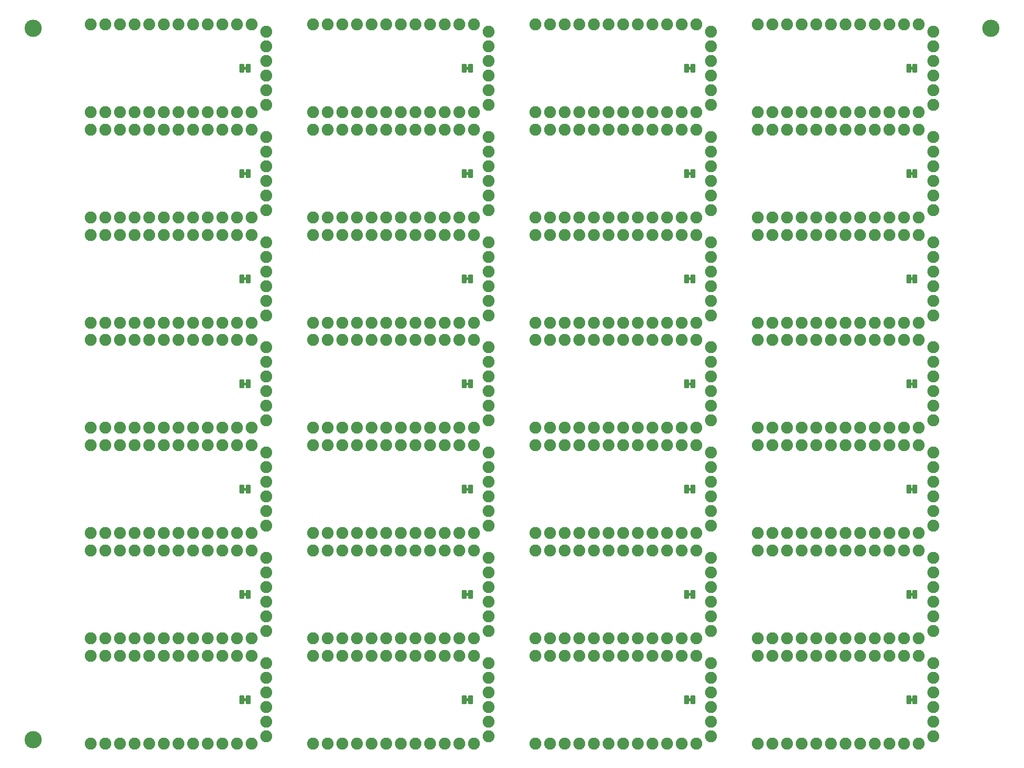
<source format=gbs>
%TF.GenerationSoftware,KiCad,Pcbnew,7.0.6*%
%TF.CreationDate,2023-09-18T12:22:24-06:00*%
%TF.ProjectId,SparkFun_ESP32_Qwiic_Pro_Mini_panelized,53706172-6b46-4756-9e5f-45535033325f,rev?*%
%TF.SameCoordinates,Original*%
%TF.FileFunction,Soldermask,Bot*%
%TF.FilePolarity,Negative*%
%FSLAX46Y46*%
G04 Gerber Fmt 4.6, Leading zero omitted, Abs format (unit mm)*
G04 Created by KiCad (PCBNEW 7.0.6) date 2023-09-18 12:22:24*
%MOMM*%
%LPD*%
G01*
G04 APERTURE LIST*
G04 Aperture macros list*
%AMRoundRect*
0 Rectangle with rounded corners*
0 $1 Rounding radius*
0 $2 $3 $4 $5 $6 $7 $8 $9 X,Y pos of 4 corners*
0 Add a 4 corners polygon primitive as box body*
4,1,4,$2,$3,$4,$5,$6,$7,$8,$9,$2,$3,0*
0 Add four circle primitives for the rounded corners*
1,1,$1+$1,$2,$3*
1,1,$1+$1,$4,$5*
1,1,$1+$1,$6,$7*
1,1,$1+$1,$8,$9*
0 Add four rect primitives between the rounded corners*
20,1,$1+$1,$2,$3,$4,$5,0*
20,1,$1+$1,$4,$5,$6,$7,0*
20,1,$1+$1,$6,$7,$8,$9,0*
20,1,$1+$1,$8,$9,$2,$3,0*%
G04 Aperture macros list end*
%ADD10C,2.082800*%
%ADD11C,3.000000*%
%ADD12RoundRect,0.101600X0.330200X0.635000X-0.330200X0.635000X-0.330200X-0.635000X0.330200X-0.635000X0*%
G04 APERTURE END LIST*
%TO.C,JP1*%
G36*
X28321000Y8649500D02*
G01*
X27813000Y8649500D01*
X27813000Y9130500D01*
X28321000Y9130500D01*
X28321000Y8649500D01*
G37*
G36*
X28321000Y100049500D02*
G01*
X27813000Y100049500D01*
X27813000Y100530500D01*
X28321000Y100530500D01*
X28321000Y100049500D01*
G37*
G36*
X28321000Y45209500D02*
G01*
X27813000Y45209500D01*
X27813000Y45690500D01*
X28321000Y45690500D01*
X28321000Y45209500D01*
G37*
G36*
X28321000Y63489500D02*
G01*
X27813000Y63489500D01*
X27813000Y63970500D01*
X28321000Y63970500D01*
X28321000Y63489500D01*
G37*
G36*
X28321000Y26929500D02*
G01*
X27813000Y26929500D01*
X27813000Y27410500D01*
X28321000Y27410500D01*
X28321000Y26929500D01*
G37*
G36*
X28321000Y81769500D02*
G01*
X27813000Y81769500D01*
X27813000Y82250500D01*
X28321000Y82250500D01*
X28321000Y81769500D01*
G37*
G36*
X105521000Y26929500D02*
G01*
X105013000Y26929500D01*
X105013000Y27410500D01*
X105521000Y27410500D01*
X105521000Y26929500D01*
G37*
G36*
X144121000Y26929500D02*
G01*
X143613000Y26929500D01*
X143613000Y27410500D01*
X144121000Y27410500D01*
X144121000Y26929500D01*
G37*
G36*
X66921000Y45209500D02*
G01*
X66413000Y45209500D01*
X66413000Y45690500D01*
X66921000Y45690500D01*
X66921000Y45209500D01*
G37*
G36*
X105521000Y100049500D02*
G01*
X105013000Y100049500D01*
X105013000Y100530500D01*
X105521000Y100530500D01*
X105521000Y100049500D01*
G37*
G36*
X66921000Y26929500D02*
G01*
X66413000Y26929500D01*
X66413000Y27410500D01*
X66921000Y27410500D01*
X66921000Y26929500D01*
G37*
G36*
X144121000Y118329500D02*
G01*
X143613000Y118329500D01*
X143613000Y118810500D01*
X144121000Y118810500D01*
X144121000Y118329500D01*
G37*
G36*
X105521000Y81769500D02*
G01*
X105013000Y81769500D01*
X105013000Y82250500D01*
X105521000Y82250500D01*
X105521000Y81769500D01*
G37*
G36*
X66921000Y81769500D02*
G01*
X66413000Y81769500D01*
X66413000Y82250500D01*
X66921000Y82250500D01*
X66921000Y81769500D01*
G37*
G36*
X105521000Y8649500D02*
G01*
X105013000Y8649500D01*
X105013000Y9130500D01*
X105521000Y9130500D01*
X105521000Y8649500D01*
G37*
G36*
X144121000Y8649500D02*
G01*
X143613000Y8649500D01*
X143613000Y9130500D01*
X144121000Y9130500D01*
X144121000Y8649500D01*
G37*
G36*
X144121000Y45209500D02*
G01*
X143613000Y45209500D01*
X143613000Y45690500D01*
X144121000Y45690500D01*
X144121000Y45209500D01*
G37*
G36*
X105521000Y45209500D02*
G01*
X105013000Y45209500D01*
X105013000Y45690500D01*
X105521000Y45690500D01*
X105521000Y45209500D01*
G37*
G36*
X66921000Y8649500D02*
G01*
X66413000Y8649500D01*
X66413000Y9130500D01*
X66921000Y9130500D01*
X66921000Y8649500D01*
G37*
G36*
X105521000Y118329500D02*
G01*
X105013000Y118329500D01*
X105013000Y118810500D01*
X105521000Y118810500D01*
X105521000Y118329500D01*
G37*
G36*
X144121000Y63489500D02*
G01*
X143613000Y63489500D01*
X143613000Y63970500D01*
X144121000Y63970500D01*
X144121000Y63489500D01*
G37*
G36*
X105521000Y63489500D02*
G01*
X105013000Y63489500D01*
X105013000Y63970500D01*
X105521000Y63970500D01*
X105521000Y63489500D01*
G37*
G36*
X66921000Y118329500D02*
G01*
X66413000Y118329500D01*
X66413000Y118810500D01*
X66921000Y118810500D01*
X66921000Y118329500D01*
G37*
G36*
X66921000Y100049500D02*
G01*
X66413000Y100049500D01*
X66413000Y100530500D01*
X66921000Y100530500D01*
X66921000Y100049500D01*
G37*
G36*
X28321000Y118329500D02*
G01*
X27813000Y118329500D01*
X27813000Y118810500D01*
X28321000Y118810500D01*
X28321000Y118329500D01*
G37*
G36*
X66921000Y63489500D02*
G01*
X66413000Y63489500D01*
X66413000Y63970500D01*
X66921000Y63970500D01*
X66921000Y63489500D01*
G37*
G36*
X144121000Y81769500D02*
G01*
X143613000Y81769500D01*
X143613000Y82250500D01*
X144121000Y82250500D01*
X144121000Y81769500D01*
G37*
G36*
X144121000Y100049500D02*
G01*
X143613000Y100049500D01*
X143613000Y100530500D01*
X144121000Y100530500D01*
X144121000Y100049500D01*
G37*
%TD*%
D10*
%TO.C,J1*%
X31750000Y2540000D03*
X31750000Y5080000D03*
X31750000Y7620000D03*
X31750000Y10160000D03*
X31750000Y12700000D03*
X31750000Y15240000D03*
%TD*%
%TO.C,J1*%
X70350000Y57380000D03*
X70350000Y59920000D03*
X70350000Y62460000D03*
X70350000Y65000000D03*
X70350000Y67540000D03*
X70350000Y70080000D03*
%TD*%
%TO.C,J1*%
X108950000Y57380000D03*
X108950000Y59920000D03*
X108950000Y62460000D03*
X108950000Y65000000D03*
X108950000Y67540000D03*
X108950000Y70080000D03*
%TD*%
%TO.C,J1*%
X31750000Y20820000D03*
X31750000Y23360000D03*
X31750000Y25900000D03*
X31750000Y28440000D03*
X31750000Y30980000D03*
X31750000Y33520000D03*
%TD*%
%TO.C,J1*%
X70350000Y75660000D03*
X70350000Y78200000D03*
X70350000Y80740000D03*
X70350000Y83280000D03*
X70350000Y85820000D03*
X70350000Y88360000D03*
%TD*%
%TO.C,J1*%
X108950000Y20820000D03*
X108950000Y23360000D03*
X108950000Y25900000D03*
X108950000Y28440000D03*
X108950000Y30980000D03*
X108950000Y33520000D03*
%TD*%
%TO.C,J1*%
X31750000Y57380000D03*
X31750000Y59920000D03*
X31750000Y62460000D03*
X31750000Y65000000D03*
X31750000Y67540000D03*
X31750000Y70080000D03*
%TD*%
%TO.C,J1*%
X108950000Y2540000D03*
X108950000Y5080000D03*
X108950000Y7620000D03*
X108950000Y10160000D03*
X108950000Y12700000D03*
X108950000Y15240000D03*
%TD*%
%TO.C,J1*%
X70350000Y93940000D03*
X70350000Y96480000D03*
X70350000Y99020000D03*
X70350000Y101560000D03*
X70350000Y104100000D03*
X70350000Y106640000D03*
%TD*%
%TO.C,J1*%
X70350000Y39100000D03*
X70350000Y41640000D03*
X70350000Y44180000D03*
X70350000Y46720000D03*
X70350000Y49260000D03*
X70350000Y51800000D03*
%TD*%
%TO.C,J1*%
X70350000Y112220000D03*
X70350000Y114760000D03*
X70350000Y117300000D03*
X70350000Y119840000D03*
X70350000Y122380000D03*
X70350000Y124920000D03*
%TD*%
%TO.C,J1*%
X31750000Y93940000D03*
X31750000Y96480000D03*
X31750000Y99020000D03*
X31750000Y101560000D03*
X31750000Y104100000D03*
X31750000Y106640000D03*
%TD*%
%TO.C,J1*%
X31750000Y39100000D03*
X31750000Y41640000D03*
X31750000Y44180000D03*
X31750000Y46720000D03*
X31750000Y49260000D03*
X31750000Y51800000D03*
%TD*%
%TO.C,J1*%
X31750000Y75660000D03*
X31750000Y78200000D03*
X31750000Y80740000D03*
X31750000Y83280000D03*
X31750000Y85820000D03*
X31750000Y88360000D03*
%TD*%
%TO.C,J1*%
X31750000Y112220000D03*
X31750000Y114760000D03*
X31750000Y117300000D03*
X31750000Y119840000D03*
X31750000Y122380000D03*
X31750000Y124920000D03*
%TD*%
%TO.C,J1*%
X70350000Y2540000D03*
X70350000Y5080000D03*
X70350000Y7620000D03*
X70350000Y10160000D03*
X70350000Y12700000D03*
X70350000Y15240000D03*
%TD*%
%TO.C,J1*%
X70350000Y20820000D03*
X70350000Y23360000D03*
X70350000Y25900000D03*
X70350000Y28440000D03*
X70350000Y30980000D03*
X70350000Y33520000D03*
%TD*%
%TO.C,J1*%
X108950000Y39100000D03*
X108950000Y41640000D03*
X108950000Y44180000D03*
X108950000Y46720000D03*
X108950000Y49260000D03*
X108950000Y51800000D03*
%TD*%
%TO.C,J1*%
X108950000Y112220000D03*
X108950000Y114760000D03*
X108950000Y117300000D03*
X108950000Y119840000D03*
X108950000Y122380000D03*
X108950000Y124920000D03*
%TD*%
%TO.C,J1*%
X147550000Y2540000D03*
X147550000Y5080000D03*
X147550000Y7620000D03*
X147550000Y10160000D03*
X147550000Y12700000D03*
X147550000Y15240000D03*
%TD*%
%TO.C,J1*%
X108950000Y93940000D03*
X108950000Y96480000D03*
X108950000Y99020000D03*
X108950000Y101560000D03*
X108950000Y104100000D03*
X108950000Y106640000D03*
%TD*%
%TO.C,J1*%
X147550000Y39100000D03*
X147550000Y41640000D03*
X147550000Y44180000D03*
X147550000Y46720000D03*
X147550000Y49260000D03*
X147550000Y51800000D03*
%TD*%
%TO.C,J1*%
X147550000Y75660000D03*
X147550000Y78200000D03*
X147550000Y80740000D03*
X147550000Y83280000D03*
X147550000Y85820000D03*
X147550000Y88360000D03*
%TD*%
%TO.C,J1*%
X147550000Y93940000D03*
X147550000Y96480000D03*
X147550000Y99020000D03*
X147550000Y101560000D03*
X147550000Y104100000D03*
X147550000Y106640000D03*
%TD*%
%TO.C,J1*%
X108950000Y75660000D03*
X108950000Y78200000D03*
X108950000Y80740000D03*
X108950000Y83280000D03*
X108950000Y85820000D03*
X108950000Y88360000D03*
%TD*%
%TO.C,J1*%
X147550000Y20820000D03*
X147550000Y23360000D03*
X147550000Y25900000D03*
X147550000Y28440000D03*
X147550000Y30980000D03*
X147550000Y33520000D03*
%TD*%
%TO.C,J1*%
X147550000Y112220000D03*
X147550000Y114760000D03*
X147550000Y117300000D03*
X147550000Y119840000D03*
X147550000Y122380000D03*
X147550000Y124920000D03*
%TD*%
%TO.C,J1*%
X147550000Y57380000D03*
X147550000Y59920000D03*
X147550000Y62460000D03*
X147550000Y65000000D03*
X147550000Y67540000D03*
X147550000Y70080000D03*
%TD*%
%TO.C,J3*%
X1270000Y16510000D03*
X3810000Y16510000D03*
X6350000Y16510000D03*
X8890000Y16510000D03*
X11430000Y16510000D03*
X13970000Y16510000D03*
X16510000Y16510000D03*
X19050000Y16510000D03*
X21590000Y16510000D03*
X24130000Y16510000D03*
X26670000Y16510000D03*
X29210000Y16510000D03*
%TD*%
%TO.C,J3*%
X1270000Y107910000D03*
X3810000Y107910000D03*
X6350000Y107910000D03*
X8890000Y107910000D03*
X11430000Y107910000D03*
X13970000Y107910000D03*
X16510000Y107910000D03*
X19050000Y107910000D03*
X21590000Y107910000D03*
X24130000Y107910000D03*
X26670000Y107910000D03*
X29210000Y107910000D03*
%TD*%
%TO.C,J3*%
X39870000Y34790000D03*
X42410000Y34790000D03*
X44950000Y34790000D03*
X47490000Y34790000D03*
X50030000Y34790000D03*
X52570000Y34790000D03*
X55110000Y34790000D03*
X57650000Y34790000D03*
X60190000Y34790000D03*
X62730000Y34790000D03*
X65270000Y34790000D03*
X67810000Y34790000D03*
%TD*%
%TO.C,J3*%
X39870000Y89630000D03*
X42410000Y89630000D03*
X44950000Y89630000D03*
X47490000Y89630000D03*
X50030000Y89630000D03*
X52570000Y89630000D03*
X55110000Y89630000D03*
X57650000Y89630000D03*
X60190000Y89630000D03*
X62730000Y89630000D03*
X65270000Y89630000D03*
X67810000Y89630000D03*
%TD*%
%TO.C,J3*%
X39870000Y126190000D03*
X42410000Y126190000D03*
X44950000Y126190000D03*
X47490000Y126190000D03*
X50030000Y126190000D03*
X52570000Y126190000D03*
X55110000Y126190000D03*
X57650000Y126190000D03*
X60190000Y126190000D03*
X62730000Y126190000D03*
X65270000Y126190000D03*
X67810000Y126190000D03*
%TD*%
%TO.C,J3*%
X1270000Y71350000D03*
X3810000Y71350000D03*
X6350000Y71350000D03*
X8890000Y71350000D03*
X11430000Y71350000D03*
X13970000Y71350000D03*
X16510000Y71350000D03*
X19050000Y71350000D03*
X21590000Y71350000D03*
X24130000Y71350000D03*
X26670000Y71350000D03*
X29210000Y71350000D03*
%TD*%
%TO.C,J3*%
X1270000Y53070000D03*
X3810000Y53070000D03*
X6350000Y53070000D03*
X8890000Y53070000D03*
X11430000Y53070000D03*
X13970000Y53070000D03*
X16510000Y53070000D03*
X19050000Y53070000D03*
X21590000Y53070000D03*
X24130000Y53070000D03*
X26670000Y53070000D03*
X29210000Y53070000D03*
%TD*%
%TO.C,J3*%
X1270000Y89630000D03*
X3810000Y89630000D03*
X6350000Y89630000D03*
X8890000Y89630000D03*
X11430000Y89630000D03*
X13970000Y89630000D03*
X16510000Y89630000D03*
X19050000Y89630000D03*
X21590000Y89630000D03*
X24130000Y89630000D03*
X26670000Y89630000D03*
X29210000Y89630000D03*
%TD*%
%TO.C,J3*%
X1270000Y126190000D03*
X3810000Y126190000D03*
X6350000Y126190000D03*
X8890000Y126190000D03*
X11430000Y126190000D03*
X13970000Y126190000D03*
X16510000Y126190000D03*
X19050000Y126190000D03*
X21590000Y126190000D03*
X24130000Y126190000D03*
X26670000Y126190000D03*
X29210000Y126190000D03*
%TD*%
%TO.C,J3*%
X1270000Y34790000D03*
X3810000Y34790000D03*
X6350000Y34790000D03*
X8890000Y34790000D03*
X11430000Y34790000D03*
X13970000Y34790000D03*
X16510000Y34790000D03*
X19050000Y34790000D03*
X21590000Y34790000D03*
X24130000Y34790000D03*
X26670000Y34790000D03*
X29210000Y34790000D03*
%TD*%
%TO.C,J3*%
X39870000Y16510000D03*
X42410000Y16510000D03*
X44950000Y16510000D03*
X47490000Y16510000D03*
X50030000Y16510000D03*
X52570000Y16510000D03*
X55110000Y16510000D03*
X57650000Y16510000D03*
X60190000Y16510000D03*
X62730000Y16510000D03*
X65270000Y16510000D03*
X67810000Y16510000D03*
%TD*%
%TO.C,J3*%
X39870000Y53070000D03*
X42410000Y53070000D03*
X44950000Y53070000D03*
X47490000Y53070000D03*
X50030000Y53070000D03*
X52570000Y53070000D03*
X55110000Y53070000D03*
X57650000Y53070000D03*
X60190000Y53070000D03*
X62730000Y53070000D03*
X65270000Y53070000D03*
X67810000Y53070000D03*
%TD*%
%TO.C,J3*%
X39870000Y71350000D03*
X42410000Y71350000D03*
X44950000Y71350000D03*
X47490000Y71350000D03*
X50030000Y71350000D03*
X52570000Y71350000D03*
X55110000Y71350000D03*
X57650000Y71350000D03*
X60190000Y71350000D03*
X62730000Y71350000D03*
X65270000Y71350000D03*
X67810000Y71350000D03*
%TD*%
%TO.C,J3*%
X39870000Y107910000D03*
X42410000Y107910000D03*
X44950000Y107910000D03*
X47490000Y107910000D03*
X50030000Y107910000D03*
X52570000Y107910000D03*
X55110000Y107910000D03*
X57650000Y107910000D03*
X60190000Y107910000D03*
X62730000Y107910000D03*
X65270000Y107910000D03*
X67810000Y107910000D03*
%TD*%
%TO.C,J3*%
X78470000Y89630000D03*
X81010000Y89630000D03*
X83550000Y89630000D03*
X86090000Y89630000D03*
X88630000Y89630000D03*
X91170000Y89630000D03*
X93710000Y89630000D03*
X96250000Y89630000D03*
X98790000Y89630000D03*
X101330000Y89630000D03*
X103870000Y89630000D03*
X106410000Y89630000D03*
%TD*%
%TO.C,J3*%
X117070000Y126190000D03*
X119610000Y126190000D03*
X122150000Y126190000D03*
X124690000Y126190000D03*
X127230000Y126190000D03*
X129770000Y126190000D03*
X132310000Y126190000D03*
X134850000Y126190000D03*
X137390000Y126190000D03*
X139930000Y126190000D03*
X142470000Y126190000D03*
X145010000Y126190000D03*
%TD*%
%TO.C,J3*%
X117070000Y89630000D03*
X119610000Y89630000D03*
X122150000Y89630000D03*
X124690000Y89630000D03*
X127230000Y89630000D03*
X129770000Y89630000D03*
X132310000Y89630000D03*
X134850000Y89630000D03*
X137390000Y89630000D03*
X139930000Y89630000D03*
X142470000Y89630000D03*
X145010000Y89630000D03*
%TD*%
%TO.C,J3*%
X78470000Y53070000D03*
X81010000Y53070000D03*
X83550000Y53070000D03*
X86090000Y53070000D03*
X88630000Y53070000D03*
X91170000Y53070000D03*
X93710000Y53070000D03*
X96250000Y53070000D03*
X98790000Y53070000D03*
X101330000Y53070000D03*
X103870000Y53070000D03*
X106410000Y53070000D03*
%TD*%
%TO.C,J3*%
X78470000Y16510000D03*
X81010000Y16510000D03*
X83550000Y16510000D03*
X86090000Y16510000D03*
X88630000Y16510000D03*
X91170000Y16510000D03*
X93710000Y16510000D03*
X96250000Y16510000D03*
X98790000Y16510000D03*
X101330000Y16510000D03*
X103870000Y16510000D03*
X106410000Y16510000D03*
%TD*%
%TO.C,J3*%
X78470000Y107910000D03*
X81010000Y107910000D03*
X83550000Y107910000D03*
X86090000Y107910000D03*
X88630000Y107910000D03*
X91170000Y107910000D03*
X93710000Y107910000D03*
X96250000Y107910000D03*
X98790000Y107910000D03*
X101330000Y107910000D03*
X103870000Y107910000D03*
X106410000Y107910000D03*
%TD*%
%TO.C,J3*%
X117070000Y71350000D03*
X119610000Y71350000D03*
X122150000Y71350000D03*
X124690000Y71350000D03*
X127230000Y71350000D03*
X129770000Y71350000D03*
X132310000Y71350000D03*
X134850000Y71350000D03*
X137390000Y71350000D03*
X139930000Y71350000D03*
X142470000Y71350000D03*
X145010000Y71350000D03*
%TD*%
%TO.C,J3*%
X78470000Y34790000D03*
X81010000Y34790000D03*
X83550000Y34790000D03*
X86090000Y34790000D03*
X88630000Y34790000D03*
X91170000Y34790000D03*
X93710000Y34790000D03*
X96250000Y34790000D03*
X98790000Y34790000D03*
X101330000Y34790000D03*
X103870000Y34790000D03*
X106410000Y34790000D03*
%TD*%
%TO.C,J3*%
X78470000Y71350000D03*
X81010000Y71350000D03*
X83550000Y71350000D03*
X86090000Y71350000D03*
X88630000Y71350000D03*
X91170000Y71350000D03*
X93710000Y71350000D03*
X96250000Y71350000D03*
X98790000Y71350000D03*
X101330000Y71350000D03*
X103870000Y71350000D03*
X106410000Y71350000D03*
%TD*%
%TO.C,J3*%
X78470000Y126190000D03*
X81010000Y126190000D03*
X83550000Y126190000D03*
X86090000Y126190000D03*
X88630000Y126190000D03*
X91170000Y126190000D03*
X93710000Y126190000D03*
X96250000Y126190000D03*
X98790000Y126190000D03*
X101330000Y126190000D03*
X103870000Y126190000D03*
X106410000Y126190000D03*
%TD*%
%TO.C,J3*%
X117070000Y16510000D03*
X119610000Y16510000D03*
X122150000Y16510000D03*
X124690000Y16510000D03*
X127230000Y16510000D03*
X129770000Y16510000D03*
X132310000Y16510000D03*
X134850000Y16510000D03*
X137390000Y16510000D03*
X139930000Y16510000D03*
X142470000Y16510000D03*
X145010000Y16510000D03*
%TD*%
%TO.C,J3*%
X117070000Y107910000D03*
X119610000Y107910000D03*
X122150000Y107910000D03*
X124690000Y107910000D03*
X127230000Y107910000D03*
X129770000Y107910000D03*
X132310000Y107910000D03*
X134850000Y107910000D03*
X137390000Y107910000D03*
X139930000Y107910000D03*
X142470000Y107910000D03*
X145010000Y107910000D03*
%TD*%
%TO.C,J3*%
X117070000Y34790000D03*
X119610000Y34790000D03*
X122150000Y34790000D03*
X124690000Y34790000D03*
X127230000Y34790000D03*
X129770000Y34790000D03*
X132310000Y34790000D03*
X134850000Y34790000D03*
X137390000Y34790000D03*
X139930000Y34790000D03*
X142470000Y34790000D03*
X145010000Y34790000D03*
%TD*%
%TO.C,J3*%
X117070000Y53070000D03*
X119610000Y53070000D03*
X122150000Y53070000D03*
X124690000Y53070000D03*
X127230000Y53070000D03*
X129770000Y53070000D03*
X132310000Y53070000D03*
X134850000Y53070000D03*
X137390000Y53070000D03*
X139930000Y53070000D03*
X142470000Y53070000D03*
X145010000Y53070000D03*
%TD*%
D11*
%TO.C,*%
X-8755000Y125460000D03*
%TD*%
D10*
%TO.C,J2*%
X1270000Y1270000D03*
X3810000Y1270000D03*
X6350000Y1270000D03*
X8890000Y1270000D03*
X11430000Y1270000D03*
X13970000Y1270000D03*
X16510000Y1270000D03*
X19050000Y1270000D03*
X21590000Y1270000D03*
X24130000Y1270000D03*
X26670000Y1270000D03*
X29210000Y1270000D03*
%TD*%
%TO.C,J2*%
X1270000Y56110000D03*
X3810000Y56110000D03*
X6350000Y56110000D03*
X8890000Y56110000D03*
X11430000Y56110000D03*
X13970000Y56110000D03*
X16510000Y56110000D03*
X19050000Y56110000D03*
X21590000Y56110000D03*
X24130000Y56110000D03*
X26670000Y56110000D03*
X29210000Y56110000D03*
%TD*%
%TO.C,J2*%
X1270000Y92670000D03*
X3810000Y92670000D03*
X6350000Y92670000D03*
X8890000Y92670000D03*
X11430000Y92670000D03*
X13970000Y92670000D03*
X16510000Y92670000D03*
X19050000Y92670000D03*
X21590000Y92670000D03*
X24130000Y92670000D03*
X26670000Y92670000D03*
X29210000Y92670000D03*
%TD*%
%TO.C,J2*%
X39870000Y1270000D03*
X42410000Y1270000D03*
X44950000Y1270000D03*
X47490000Y1270000D03*
X50030000Y1270000D03*
X52570000Y1270000D03*
X55110000Y1270000D03*
X57650000Y1270000D03*
X60190000Y1270000D03*
X62730000Y1270000D03*
X65270000Y1270000D03*
X67810000Y1270000D03*
%TD*%
%TO.C,J2*%
X39870000Y37830000D03*
X42410000Y37830000D03*
X44950000Y37830000D03*
X47490000Y37830000D03*
X50030000Y37830000D03*
X52570000Y37830000D03*
X55110000Y37830000D03*
X57650000Y37830000D03*
X60190000Y37830000D03*
X62730000Y37830000D03*
X65270000Y37830000D03*
X67810000Y37830000D03*
%TD*%
%TO.C,J2*%
X39870000Y74390000D03*
X42410000Y74390000D03*
X44950000Y74390000D03*
X47490000Y74390000D03*
X50030000Y74390000D03*
X52570000Y74390000D03*
X55110000Y74390000D03*
X57650000Y74390000D03*
X60190000Y74390000D03*
X62730000Y74390000D03*
X65270000Y74390000D03*
X67810000Y74390000D03*
%TD*%
%TO.C,J2*%
X78470000Y56110000D03*
X81010000Y56110000D03*
X83550000Y56110000D03*
X86090000Y56110000D03*
X88630000Y56110000D03*
X91170000Y56110000D03*
X93710000Y56110000D03*
X96250000Y56110000D03*
X98790000Y56110000D03*
X101330000Y56110000D03*
X103870000Y56110000D03*
X106410000Y56110000D03*
%TD*%
%TO.C,J2*%
X78470000Y19550000D03*
X81010000Y19550000D03*
X83550000Y19550000D03*
X86090000Y19550000D03*
X88630000Y19550000D03*
X91170000Y19550000D03*
X93710000Y19550000D03*
X96250000Y19550000D03*
X98790000Y19550000D03*
X101330000Y19550000D03*
X103870000Y19550000D03*
X106410000Y19550000D03*
%TD*%
%TO.C,J2*%
X1270000Y37830000D03*
X3810000Y37830000D03*
X6350000Y37830000D03*
X8890000Y37830000D03*
X11430000Y37830000D03*
X13970000Y37830000D03*
X16510000Y37830000D03*
X19050000Y37830000D03*
X21590000Y37830000D03*
X24130000Y37830000D03*
X26670000Y37830000D03*
X29210000Y37830000D03*
%TD*%
%TO.C,J2*%
X1270000Y19550000D03*
X3810000Y19550000D03*
X6350000Y19550000D03*
X8890000Y19550000D03*
X11430000Y19550000D03*
X13970000Y19550000D03*
X16510000Y19550000D03*
X19050000Y19550000D03*
X21590000Y19550000D03*
X24130000Y19550000D03*
X26670000Y19550000D03*
X29210000Y19550000D03*
%TD*%
%TO.C,J2*%
X1270000Y74390000D03*
X3810000Y74390000D03*
X6350000Y74390000D03*
X8890000Y74390000D03*
X11430000Y74390000D03*
X13970000Y74390000D03*
X16510000Y74390000D03*
X19050000Y74390000D03*
X21590000Y74390000D03*
X24130000Y74390000D03*
X26670000Y74390000D03*
X29210000Y74390000D03*
%TD*%
%TO.C,J2*%
X1270000Y110950000D03*
X3810000Y110950000D03*
X6350000Y110950000D03*
X8890000Y110950000D03*
X11430000Y110950000D03*
X13970000Y110950000D03*
X16510000Y110950000D03*
X19050000Y110950000D03*
X21590000Y110950000D03*
X24130000Y110950000D03*
X26670000Y110950000D03*
X29210000Y110950000D03*
%TD*%
%TO.C,J2*%
X39870000Y19550000D03*
X42410000Y19550000D03*
X44950000Y19550000D03*
X47490000Y19550000D03*
X50030000Y19550000D03*
X52570000Y19550000D03*
X55110000Y19550000D03*
X57650000Y19550000D03*
X60190000Y19550000D03*
X62730000Y19550000D03*
X65270000Y19550000D03*
X67810000Y19550000D03*
%TD*%
%TO.C,J2*%
X39870000Y56110000D03*
X42410000Y56110000D03*
X44950000Y56110000D03*
X47490000Y56110000D03*
X50030000Y56110000D03*
X52570000Y56110000D03*
X55110000Y56110000D03*
X57650000Y56110000D03*
X60190000Y56110000D03*
X62730000Y56110000D03*
X65270000Y56110000D03*
X67810000Y56110000D03*
%TD*%
%TO.C,J2*%
X39870000Y92670000D03*
X42410000Y92670000D03*
X44950000Y92670000D03*
X47490000Y92670000D03*
X50030000Y92670000D03*
X52570000Y92670000D03*
X55110000Y92670000D03*
X57650000Y92670000D03*
X60190000Y92670000D03*
X62730000Y92670000D03*
X65270000Y92670000D03*
X67810000Y92670000D03*
%TD*%
%TO.C,J2*%
X39870000Y110950000D03*
X42410000Y110950000D03*
X44950000Y110950000D03*
X47490000Y110950000D03*
X50030000Y110950000D03*
X52570000Y110950000D03*
X55110000Y110950000D03*
X57650000Y110950000D03*
X60190000Y110950000D03*
X62730000Y110950000D03*
X65270000Y110950000D03*
X67810000Y110950000D03*
%TD*%
%TO.C,J2*%
X78470000Y1270000D03*
X81010000Y1270000D03*
X83550000Y1270000D03*
X86090000Y1270000D03*
X88630000Y1270000D03*
X91170000Y1270000D03*
X93710000Y1270000D03*
X96250000Y1270000D03*
X98790000Y1270000D03*
X101330000Y1270000D03*
X103870000Y1270000D03*
X106410000Y1270000D03*
%TD*%
%TO.C,J2*%
X78470000Y37830000D03*
X81010000Y37830000D03*
X83550000Y37830000D03*
X86090000Y37830000D03*
X88630000Y37830000D03*
X91170000Y37830000D03*
X93710000Y37830000D03*
X96250000Y37830000D03*
X98790000Y37830000D03*
X101330000Y37830000D03*
X103870000Y37830000D03*
X106410000Y37830000D03*
%TD*%
%TO.C,J2*%
X78470000Y74390000D03*
X81010000Y74390000D03*
X83550000Y74390000D03*
X86090000Y74390000D03*
X88630000Y74390000D03*
X91170000Y74390000D03*
X93710000Y74390000D03*
X96250000Y74390000D03*
X98790000Y74390000D03*
X101330000Y74390000D03*
X103870000Y74390000D03*
X106410000Y74390000D03*
%TD*%
%TO.C,J2*%
X78470000Y92670000D03*
X81010000Y92670000D03*
X83550000Y92670000D03*
X86090000Y92670000D03*
X88630000Y92670000D03*
X91170000Y92670000D03*
X93710000Y92670000D03*
X96250000Y92670000D03*
X98790000Y92670000D03*
X101330000Y92670000D03*
X103870000Y92670000D03*
X106410000Y92670000D03*
%TD*%
%TO.C,J2*%
X78470000Y110950000D03*
X81010000Y110950000D03*
X83550000Y110950000D03*
X86090000Y110950000D03*
X88630000Y110950000D03*
X91170000Y110950000D03*
X93710000Y110950000D03*
X96250000Y110950000D03*
X98790000Y110950000D03*
X101330000Y110950000D03*
X103870000Y110950000D03*
X106410000Y110950000D03*
%TD*%
%TO.C,J2*%
X117070000Y37830000D03*
X119610000Y37830000D03*
X122150000Y37830000D03*
X124690000Y37830000D03*
X127230000Y37830000D03*
X129770000Y37830000D03*
X132310000Y37830000D03*
X134850000Y37830000D03*
X137390000Y37830000D03*
X139930000Y37830000D03*
X142470000Y37830000D03*
X145010000Y37830000D03*
%TD*%
%TO.C,J2*%
X117070000Y92670000D03*
X119610000Y92670000D03*
X122150000Y92670000D03*
X124690000Y92670000D03*
X127230000Y92670000D03*
X129770000Y92670000D03*
X132310000Y92670000D03*
X134850000Y92670000D03*
X137390000Y92670000D03*
X139930000Y92670000D03*
X142470000Y92670000D03*
X145010000Y92670000D03*
%TD*%
%TO.C,J2*%
X117070000Y19550000D03*
X119610000Y19550000D03*
X122150000Y19550000D03*
X124690000Y19550000D03*
X127230000Y19550000D03*
X129770000Y19550000D03*
X132310000Y19550000D03*
X134850000Y19550000D03*
X137390000Y19550000D03*
X139930000Y19550000D03*
X142470000Y19550000D03*
X145010000Y19550000D03*
%TD*%
%TO.C,J2*%
X117070000Y110950000D03*
X119610000Y110950000D03*
X122150000Y110950000D03*
X124690000Y110950000D03*
X127230000Y110950000D03*
X129770000Y110950000D03*
X132310000Y110950000D03*
X134850000Y110950000D03*
X137390000Y110950000D03*
X139930000Y110950000D03*
X142470000Y110950000D03*
X145010000Y110950000D03*
%TD*%
%TO.C,J2*%
X117070000Y1270000D03*
X119610000Y1270000D03*
X122150000Y1270000D03*
X124690000Y1270000D03*
X127230000Y1270000D03*
X129770000Y1270000D03*
X132310000Y1270000D03*
X134850000Y1270000D03*
X137390000Y1270000D03*
X139930000Y1270000D03*
X142470000Y1270000D03*
X145010000Y1270000D03*
%TD*%
%TO.C,J2*%
X117070000Y56110000D03*
X119610000Y56110000D03*
X122150000Y56110000D03*
X124690000Y56110000D03*
X127230000Y56110000D03*
X129770000Y56110000D03*
X132310000Y56110000D03*
X134850000Y56110000D03*
X137390000Y56110000D03*
X139930000Y56110000D03*
X142470000Y56110000D03*
X145010000Y56110000D03*
%TD*%
%TO.C,J2*%
X117070000Y74390000D03*
X119610000Y74390000D03*
X122150000Y74390000D03*
X124690000Y74390000D03*
X127230000Y74390000D03*
X129770000Y74390000D03*
X132310000Y74390000D03*
X134850000Y74390000D03*
X137390000Y74390000D03*
X139930000Y74390000D03*
X142470000Y74390000D03*
X145010000Y74390000D03*
%TD*%
D11*
%TO.C,*%
X-8755000Y2000000D03*
%TD*%
D12*
%TO.C,JP1*%
X28587700Y8890000D03*
X27546300Y8890000D03*
%TD*%
%TO.C,JP1*%
X28587700Y100290000D03*
X27546300Y100290000D03*
%TD*%
%TO.C,JP1*%
X28587700Y45450000D03*
X27546300Y45450000D03*
%TD*%
%TO.C,JP1*%
X28587700Y63730000D03*
X27546300Y63730000D03*
%TD*%
%TO.C,JP1*%
X28587700Y27170000D03*
X27546300Y27170000D03*
%TD*%
%TO.C,JP1*%
X28587700Y82010000D03*
X27546300Y82010000D03*
%TD*%
%TO.C,JP1*%
X105787700Y27170000D03*
X104746300Y27170000D03*
%TD*%
%TO.C,JP1*%
X144387700Y27170000D03*
X143346300Y27170000D03*
%TD*%
%TO.C,JP1*%
X67187700Y45450000D03*
X66146300Y45450000D03*
%TD*%
%TO.C,JP1*%
X105787700Y100290000D03*
X104746300Y100290000D03*
%TD*%
%TO.C,JP1*%
X67187700Y27170000D03*
X66146300Y27170000D03*
%TD*%
%TO.C,JP1*%
X144387700Y118570000D03*
X143346300Y118570000D03*
%TD*%
%TO.C,JP1*%
X105787700Y82010000D03*
X104746300Y82010000D03*
%TD*%
%TO.C,JP1*%
X67187700Y82010000D03*
X66146300Y82010000D03*
%TD*%
%TO.C,JP1*%
X105787700Y8890000D03*
X104746300Y8890000D03*
%TD*%
%TO.C,JP1*%
X144387700Y8890000D03*
X143346300Y8890000D03*
%TD*%
%TO.C,JP1*%
X144387700Y45450000D03*
X143346300Y45450000D03*
%TD*%
%TO.C,JP1*%
X105787700Y45450000D03*
X104746300Y45450000D03*
%TD*%
%TO.C,JP1*%
X67187700Y8890000D03*
X66146300Y8890000D03*
%TD*%
%TO.C,JP1*%
X105787700Y118570000D03*
X104746300Y118570000D03*
%TD*%
%TO.C,JP1*%
X144387700Y63730000D03*
X143346300Y63730000D03*
%TD*%
%TO.C,JP1*%
X105787700Y63730000D03*
X104746300Y63730000D03*
%TD*%
%TO.C,JP1*%
X67187700Y118570000D03*
X66146300Y118570000D03*
%TD*%
%TO.C,JP1*%
X67187700Y100290000D03*
X66146300Y100290000D03*
%TD*%
%TO.C,JP1*%
X28587700Y118570000D03*
X27546300Y118570000D03*
%TD*%
%TO.C,JP1*%
X67187700Y63730000D03*
X66146300Y63730000D03*
%TD*%
%TO.C,JP1*%
X144387700Y82010000D03*
X143346300Y82010000D03*
%TD*%
%TO.C,JP1*%
X144387700Y100290000D03*
X143346300Y100290000D03*
%TD*%
D11*
%TO.C,*%
X157575000Y125460000D03*
%TD*%
M02*

</source>
